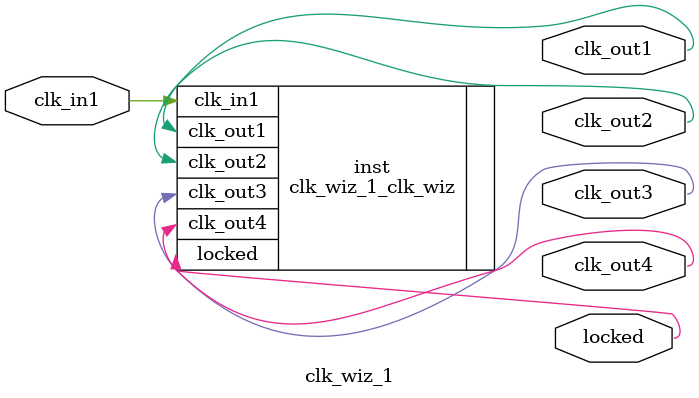
<source format=v>


`timescale 1ps/1ps

(* CORE_GENERATION_INFO = "clk_wiz_1,clk_wiz_v6_0_12_0_0,{component_name=clk_wiz_1,use_phase_alignment=true,use_min_o_jitter=false,use_max_i_jitter=false,use_dyn_phase_shift=false,use_inclk_switchover=false,use_dyn_reconfig=false,enable_axi=0,feedback_source=FDBK_AUTO,PRIMITIVE=MMCM,num_out_clk=4,clkin1_period=8.000,clkin2_period=10.000,use_power_down=false,use_reset=false,use_locked=true,use_inclk_stopped=false,feedback_type=SINGLE,CLOCK_MGR_TYPE=NA,manual_override=false}" *)

module clk_wiz_1 
 (
  // Clock out ports
  output        clk_out1,
  output        clk_out2,
  output        clk_out3,
  output        clk_out4,
  // Status and control signals
  output        locked,
 // Clock in ports
  input         clk_in1
 );

  clk_wiz_1_clk_wiz inst
  (
  // Clock out ports  
  .clk_out1(clk_out1),
  .clk_out2(clk_out2),
  .clk_out3(clk_out3),
  .clk_out4(clk_out4),
  // Status and control signals               
  .locked(locked),
 // Clock in ports
  .clk_in1(clk_in1)
  );

endmodule

</source>
